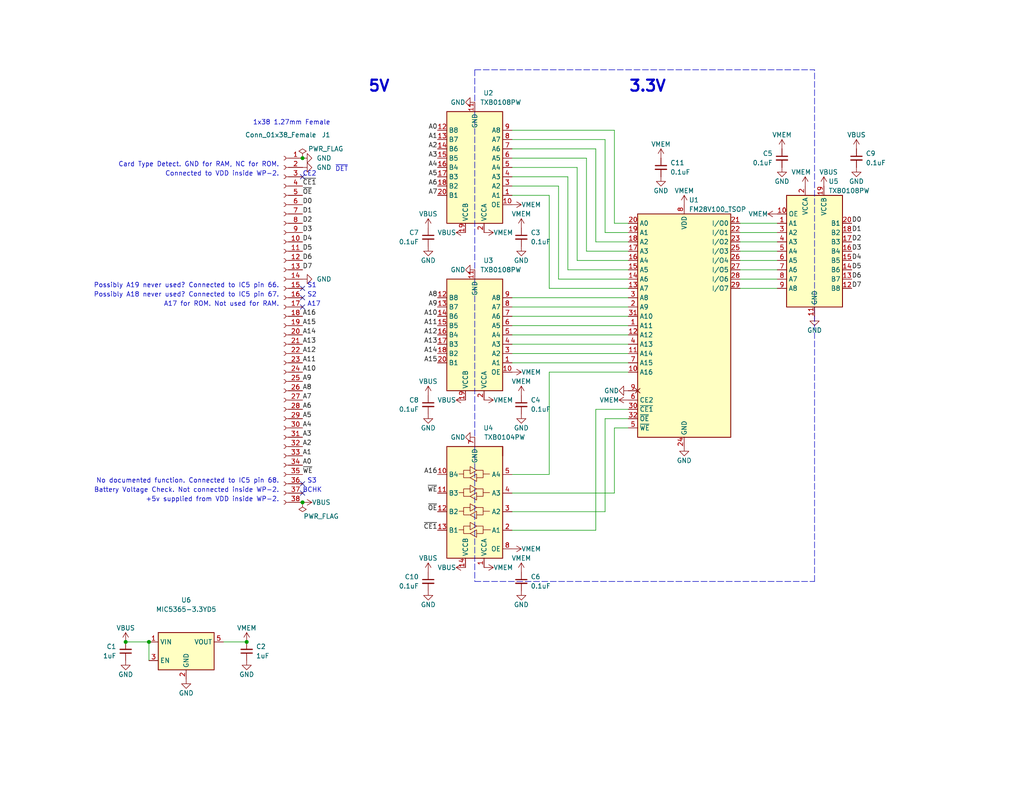
<source format=kicad_sch>
(kicad_sch (version 20211123) (generator eeschema)
  (paper "USLetter")
  (title_block (title "WP-2_IC-Card_FRAM_128K") (date "2023-01-11") (rev "001") (company "Brian K. White - b.kenyon.w@gmail.com"))
  (lib_symbols
    (symbol "0_LOCAL:62-65C1024_TSOP-I-32"
      (property "Reference" "U" (at -10.16 31.75 0))
      (property "Value" "62-65C1024_TSOP-I-32" (at 12.7 31.75 0))
      (symbol "62-65C1024_TSOP-I-32_0_1"
        (rectangle (start -12.7 30.48) (end 12.7 -30.48) (stroke (width 0.254)) (fill (type background)))
      )
      (symbol "62-65C1024_TSOP-I-32_1_1"
        (pin input line (at -15.24 0 0) (length 2.54) (name "A11") (number "1"))
        (pin input line (at -15.24 -12.7 0) (length 2.54) (name "A16") (number "10"))
        (pin input line (at -15.24 -7.62 0) (length 2.54) (name "A14") (number "11"))
        (pin input line (at -15.24 -2.54 0) (length 2.54) (name "A12") (number "12"))
        (pin input line (at -15.24 10.16 0) (length 2.54) (name "A7") (number "13"))
        (pin input line (at -15.24 12.7 0) (length 2.54) (name "A6") (number "14"))
        (pin input line (at -15.24 15.24 0) (length 2.54) (name "A5") (number "15"))
        (pin input line (at -15.24 17.78 0) (length 2.54) (name "A4") (number "16"))
        (pin input line (at -15.24 20.32 0) (length 2.54) (name "A3") (number "17"))
        (pin input line (at -15.24 22.86 0) (length 2.54) (name "A2") (number "18"))
        (pin input line (at -15.24 25.4 0) (length 2.54) (name "A1") (number "19"))
        (pin input line (at -15.24 5.08 0) (length 2.54) (name "A9") (number "2"))
        (pin input line (at -15.24 27.94 0) (length 2.54) (name "A0") (number "20"))
        (pin bidirectional line (at 15.24 27.94 180) (length 2.54) (name "I/O0") (number "21"))
        (pin bidirectional line (at 15.24 25.4 180) (length 2.54) (name "I/O1") (number "22"))
        (pin bidirectional line (at 15.24 22.86 180) (length 2.54) (name "I/O2") (number "23"))
        (pin power_in line (at 0 -33.02 90) (length 2.54) (name "GND") (number "24"))
        (pin bidirectional line (at 15.24 20.32 180) (length 2.54) (name "I/O3") (number "25"))
        (pin bidirectional line (at 15.24 17.78 180) (length 2.54) (name "I/O4") (number "26"))
        (pin bidirectional line (at 15.24 15.24 180) (length 2.54) (name "I/O5") (number "27"))
        (pin bidirectional line (at 15.24 12.7 180) (length 2.54) (name "I/O6") (number "28"))
        (pin bidirectional line (at 15.24 10.16 180) (length 2.54) (name "I/O7") (number "29"))
        (pin input line (at -15.24 7.62 0) (length 2.54) (name "A8") (number "3"))
        (pin input line (at -15.24 -22.86 0) (length 2.54) (name "~{CE1}") (number "30"))
        (pin input line (at -15.24 2.54 0) (length 2.54) (name "A10") (number "31"))
        (pin input line (at -15.24 -25.4 0) (length 2.54) (name "~{OE}") (number "32"))
        (pin input line (at -15.24 -5.08 0) (length 2.54) (name "A13") (number "4"))
        (pin input line (at -15.24 -27.94 0) (length 2.54) (name "~{WE}") (number "5"))
        (pin input line (at -15.24 -20.32 0) (length 2.54) (name "CE2") (number "6"))
        (pin input line (at -15.24 -10.16 0) (length 2.54) (name "A15") (number "7"))
        (pin power_in line (at 0 33.02 270) (length 2.54) (name "VDD") (number "8"))
        (pin passive non_logic (at -15.24 -17.78 0) (length 2.54) (name "~") (number "9"))
      )
    )
    (symbol "0_LOCAL:C_Small" (pin_numbers hide) (pin_names (offset 0.254) hide)
      (property "Reference" "C" (at 0.254 1.778 0))
      (property "Value" "C_Small" (at 0.254 -2.032 0))
      (symbol "C_Small_0_1"
        (polyline (pts (xy -1.524 -0.508) (xy 1.524 -0.508)) (stroke (width 0.3302)))
        (polyline (pts (xy -1.524 0.508) (xy 1.524 0.508)) (stroke (width 0.3048)))
      )
      (symbol "C_Small_1_1"
        (pin passive line (at 0 2.54 270) (length 2.032) (name "~") (number "1"))
        (pin passive line (at 0 -2.54 90) (length 2.032) (name "~") (number "2"))
      )
    )
    (symbol "0_LOCAL:Conn_01x38_Female" (pin_names (offset 1.016) hide)
      (property "Reference" "J" (at 0 48.26 0))
      (property "Value" "Conn_01x38_Female" (at 0 -50.8 0))
      (symbol "Conn_01x38_Female_1_1"
        (arc (start 0 -47.752) (mid -0.508 -48.26) (end 0 -48.768) (stroke (width 0.1524)))
        (arc (start 0 -45.212) (mid -0.508 -45.72) (end 0 -46.228) (stroke (width 0.1524)))
        (arc (start 0 -42.672) (mid -0.508 -43.18) (end 0 -43.688) (stroke (width 0.1524)))
        (arc (start 0 -40.132) (mid -0.508 -40.64) (end 0 -41.148) (stroke (width 0.1524)))
        (arc (start 0 -37.592) (mid -0.508 -38.1) (end 0 -38.608) (stroke (width 0.1524)))
        (arc (start 0 -35.052) (mid -0.508 -35.56) (end 0 -36.068) (stroke (width 0.1524)))
        (arc (start 0 -32.512) (mid -0.508 -33.02) (end 0 -33.528) (stroke (width 0.1524)))
        (arc (start 0 -29.972) (mid -0.508 -30.48) (end 0 -30.988) (stroke (width 0.1524)))
        (arc (start 0 -27.432) (mid -0.508 -27.94) (end 0 -28.448) (stroke (width 0.1524)))
        (arc (start 0 -24.892) (mid -0.508 -25.4) (end 0 -25.908) (stroke (width 0.1524)))
        (arc (start 0 -22.352) (mid -0.508 -22.86) (end 0 -23.368) (stroke (width 0.1524)))
        (arc (start 0 -19.812) (mid -0.508 -20.32) (end 0 -20.828) (stroke (width 0.1524)))
        (arc (start 0 -17.272) (mid -0.508 -17.78) (end 0 -18.288) (stroke (width 0.1524)))
        (arc (start 0 -14.732) (mid -0.508 -15.24) (end 0 -15.748) (stroke (width 0.1524)))
        (arc (start 0 -12.192) (mid -0.508 -12.7) (end 0 -13.208) (stroke (width 0.1524)))
        (arc (start 0 -9.652) (mid -0.508 -10.16) (end 0 -10.668) (stroke (width 0.1524)))
        (arc (start 0 -7.112) (mid -0.508 -7.62) (end 0 -8.128) (stroke (width 0.1524)))
        (arc (start 0 -4.572) (mid -0.508 -5.08) (end 0 -5.588) (stroke (width 0.1524)))
        (arc (start 0 -2.032) (mid -0.508 -2.54) (end 0 -3.048) (stroke (width 0.1524)))
        (polyline (pts (xy -1.27 -48.26) (xy -0.508 -48.26)) (stroke (width 0.1524)))
        (polyline (pts (xy -1.27 -45.72) (xy -0.508 -45.72)) (stroke (width 0.1524)))
        (polyline (pts (xy -1.27 -43.18) (xy -0.508 -43.18)) (stroke (width 0.1524)))
        (polyline (pts (xy -1.27 -40.64) (xy -0.508 -40.64)) (stroke (width 0.1524)))
        (polyline (pts (xy -1.27 -38.1) (xy -0.508 -38.1)) (stroke (width 0.1524)))
        (polyline (pts (xy -1.27 -35.56) (xy -0.508 -35.56)) (stroke (width 0.1524)))
        (polyline (pts (xy -1.27 -33.02) (xy -0.508 -33.02)) (stroke (width 0.1524)))
        (polyline (pts (xy -1.27 -30.48) (xy -0.508 -30.48)) (stroke (width 0.1524)))
        (polyline (pts (xy -1.27 -27.94) (xy -0.508 -27.94)) (stroke (width 0.1524)))
        (polyline (pts (xy -1.27 -25.4) (xy -0.508 -25.4)) (stroke (width 0.1524)))
        (polyline (pts (xy -1.27 -22.86) (xy -0.508 -22.86)) (stroke (width 0.1524)))
        (polyline (pts (xy -1.27 -20.32) (xy -0.508 -20.32)) (stroke (width 0.1524)))
        (polyline (pts (xy -1.27 -17.78) (xy -0.508 -17.78)) (stroke (width 0.1524)))
        (polyline (pts (xy -1.27 -15.24) (xy -0.508 -15.24)) (stroke (width 0.1524)))
        (polyline (pts (xy -1.27 -12.7) (xy -0.508 -12.7)) (stroke (width 0.1524)))
        (polyline (pts (xy -1.27 -10.16) (xy -0.508 -10.16)) (stroke (width 0.1524)))
        (polyline (pts (xy -1.27 -7.62) (xy -0.508 -7.62)) (stroke (width 0.1524)))
        (polyline (pts (xy -1.27 -5.08) (xy -0.508 -5.08)) (stroke (width 0.1524)))
        (polyline (pts (xy -1.27 -2.54) (xy -0.508 -2.54)) (stroke (width 0.1524)))
        (polyline (pts (xy -1.27 0) (xy -0.508 0)) (stroke (width 0.1524)))
        (polyline (pts (xy -1.27 2.54) (xy -0.508 2.54)) (stroke (width 0.1524)))
        (polyline (pts (xy -1.27 5.08) (xy -0.508 5.08)) (stroke (width 0.1524)))
        (polyline (pts (xy -1.27 7.62) (xy -0.508 7.62)) (stroke (width 0.1524)))
        (polyline (pts (xy -1.27 10.16) (xy -0.508 10.16)) (stroke (width 0.1524)))
        (polyline (pts (xy -1.27 12.7) (xy -0.508 12.7)) (stroke (width 0.1524)))
        (polyline (pts (xy -1.27 15.24) (xy -0.508 15.24)) (stroke (width 0.1524)))
        (polyline (pts (xy -1.27 17.78) (xy -0.508 17.78)) (stroke (width 0.1524)))
        (polyline (pts (xy -1.27 20.32) (xy -0.508 20.32)) (stroke (width 0.1524)))
        (polyline (pts (xy -1.27 22.86) (xy -0.508 22.86)) (stroke (width 0.1524)))
        (polyline (pts (xy -1.27 25.4) (xy -0.508 25.4)) (stroke (width 0.1524)))
        (polyline (pts (xy -1.27 27.94) (xy -0.508 27.94)) (stroke (width 0.1524)))
        (polyline (pts (xy -1.27 30.48) (xy -0.508 30.48)) (stroke (width 0.1524)))
        (polyline (pts (xy -1.27 33.02) (xy -0.508 33.02)) (stroke (width 0.1524)))
        (polyline (pts (xy -1.27 35.56) (xy -0.508 35.56)) (stroke (width 0.1524)))
        (polyline (pts (xy -1.27 38.1) (xy -0.508 38.1)) (stroke (width 0.1524)))
        (polyline (pts (xy -1.27 40.64) (xy -0.508 40.64)) (stroke (width 0.1524)))
        (polyline (pts (xy -1.27 43.18) (xy -0.508 43.18)) (stroke (width 0.1524)))
        (polyline (pts (xy -1.27 45.72) (xy -0.508 45.72)) (stroke (width 0.1524)))
        (arc (start 0 0.508) (mid -0.508 0) (end 0 -0.508) (stroke (width 0.1524)))
        (arc (start 0 3.048) (mid -0.508 2.54) (end 0 2.032) (stroke (width 0.1524)))
        (arc (start 0 5.588) (mid -0.508 5.08) (end 0 4.572) (stroke (width 0.1524)))
        (arc (start 0 8.128) (mid -0.508 7.62) (end 0 7.112) (stroke (width 0.1524)))
        (arc (start 0 10.668) (mid -0.508 10.16) (end 0 9.652) (stroke (width 0.1524)))
        (arc (start 0 13.208) (mid -0.508 12.7) (end 0 12.192) (stroke (width 0.1524)))
        (arc (start 0 15.748) (mid -0.508 15.24) (end 0 14.732) (stroke (width 0.1524)))
        (arc (start 0 18.288) (mid -0.508 17.78) (end 0 17.272) (stroke (width 0.1524)))
        (arc (start 0 20.828) (mid -0.508 20.32) (end 0 19.812) (stroke (width 0.1524)))
        (arc (start 0 23.368) (mid -0.508 22.86) (end 0 22.352) (stroke (width 0.1524)))
        (arc (start 0 25.908) (mid -0.508 25.4) (end 0 24.892) (stroke (width 0.1524)))
        (arc (start 0 28.448) (mid -0.508 27.94) (end 0 27.432) (stroke (width 0.1524)))
        (arc (start 0 30.988) (mid -0.508 30.48) (end 0 29.972) (stroke (width 0.1524)))
        (arc (start 0 33.528) (mid -0.508 33.02) (end 0 32.512) (stroke (width 0.1524)))
        (arc (start 0 36.068) (mid -0.508 35.56) (end 0 35.052) (stroke (width 0.1524)))
        (arc (start 0 38.608) (mid -0.508 38.1) (end 0 37.592) (stroke (width 0.1524)))
        (arc (start 0 41.148) (mid -0.508 40.64) (end 0 40.132) (stroke (width 0.1524)))
        (arc (start 0 43.688) (mid -0.508 43.18) (end 0 42.672) (stroke (width 0.1524)))
        (arc (start 0 46.228) (mid -0.508 45.72) (end 0 45.212) (stroke (width 0.1524)))
        (pin passive line (at -5.08 45.72 0) (length 3.81) (name "Pin_1") (number "1"))
        (pin passive line (at -5.08 22.86 0) (length 3.81) (name "Pin_10") (number "10"))
        (pin passive line (at -5.08 20.32 0) (length 3.81) (name "Pin_11") (number "11"))
        (pin passive line (at -5.08 17.78 0) (length 3.81) (name "Pin_12") (number "12"))
        (pin passive line (at -5.08 15.24 0) (length 3.81) (name "Pin_13") (number "13"))
        (pin passive line (at -5.08 12.7 0) (length 3.81) (name "Pin_14") (number "14"))
        (pin passive line (at -5.08 10.16 0) (length 3.81) (name "Pin_15") (number "15"))
        (pin passive line (at -5.08 7.62 0) (length 3.81) (name "Pin_16") (number "16"))
        (pin passive line (at -5.08 5.08 0) (length 3.81) (name "Pin_17") (number "17"))
        (pin passive line (at -5.08 2.54 0) (length 3.81) (name "Pin_18") (number "18"))
        (pin passive line (at -5.08 0 0) (length 3.81) (name "Pin_19") (number "19"))
        (pin passive line (at -5.08 43.18 0) (length 3.81) (name "Pin_2") (number "2"))
        (pin passive line (at -5.08 -2.54 0) (length 3.81) (name "Pin_20") (number "20"))
        (pin passive line (at -5.08 -5.08 0) (length 3.81) (name "Pin_21") (number "21"))
        (pin passive line (at -5.08 -7.62 0) (length 3.81) (name "Pin_22") (number "22"))
        (pin passive line (at -5.08 -10.16 0) (length 3.81) (name "Pin_23") (number "23"))
        (pin passive line (at -5.08 -12.7 0) (length 3.81) (name "Pin_24") (number "24"))
        (pin passive line (at -5.08 -15.24 0) (length 3.81) (name "Pin_25") (number "25"))
        (pin passive line (at -5.08 -17.78 0) (length 3.81) (name "Pin_26") (number "26"))
        (pin passive line (at -5.08 -20.32 0) (length 3.81) (name "Pin_27") (number "27"))
        (pin passive line (at -5.08 -22.86 0) (length 3.81) (name "Pin_28") (number "28"))
        (pin passive line (at -5.08 -25.4 0) (length 3.81) (name "Pin_29") (number "29"))
        (pin passive line (at -5.08 40.64 0) (length 3.81) (name "Pin_3") (number "3"))
        (pin passive line (at -5.08 -27.94 0) (length 3.81) (name "Pin_30") (number "30"))
        (pin passive line (at -5.08 -30.48 0) (length 3.81) (name "Pin_31") (number "31"))
        (pin passive line (at -5.08 -33.02 0) (length 3.81) (name "Pin_32") (number "32"))
        (pin passive line (at -5.08 -35.56 0) (length 3.81) (name "Pin_33") (number "33"))
        (pin passive line (at -5.08 -38.1 0) (length 3.81) (name "Pin_34") (number "34"))
        (pin passive line (at -5.08 -40.64 0) (length 3.81) (name "Pin_35") (number "35"))
        (pin passive line (at -5.08 -43.18 0) (length 3.81) (name "Pin_36") (number "36"))
        (pin passive line (at -5.08 -45.72 0) (length 3.81) (name "Pin_37") (number "37"))
        (pin passive line (at -5.08 -48.26 0) (length 3.81) (name "Pin_38") (number "38"))
        (pin passive line (at -5.08 38.1 0) (length 3.81) (name "Pin_4") (number "4"))
        (pin passive line (at -5.08 35.56 0) (length 3.81) (name "Pin_5") (number "5"))
        (pin passive line (at -5.08 33.02 0) (length 3.81) (name "Pin_6") (number "6"))
        (pin passive line (at -5.08 30.48 0) (length 3.81) (name "Pin_7") (number "7"))
        (pin passive line (at -5.08 27.94 0) (length 3.81) (name "Pin_8") (number "8"))
        (pin passive line (at -5.08 25.4 0) (length 3.81) (name "Pin_9") (number "9"))
      )
    )
    (symbol "0_LOCAL:MIC5365-3.3YD5"
      (property "Reference" "U" (at -7.62 6.35 0))
      (property "Value" "MIC5365-3.3YD5" (at 0 6.35 0))
      (symbol "MIC5365-3.3YD5_0_1"
        (rectangle (start -7.62 -5.08) (end 7.62 5.08) (stroke (width 0.254)) (fill (type background)))
      )
      (symbol "MIC5365-3.3YD5_1_1"
        (pin power_in line (at -10.16 2.54 0) (length 2.54) (name "VIN") (number "1"))
        (pin power_in line (at 0 -7.62 90) (length 2.54) (name "GND") (number "2"))
        (pin input line (at -10.16 -2.54 0) (length 2.54) (name "EN") (number "3"))
        (pin no_connect line (at 7.62 -2.54 180) (length 2.54) hide (name "NC") (number "4"))
        (pin power_out line (at 10.16 2.54 180) (length 2.54) (name "VOUT") (number "5"))
      )
    )
    (symbol "0_LOCAL:TXB0104PW"
      (property "Reference" "U" (at -6.35 16.51 0))
      (property "Value" "TXB0104PW" (at 3.81 16.51 0))
      (symbol "TXB0104PW_0_1"
        (rectangle (start -7.62 -15.24) (end -7.62 -12.7) (stroke (width 0.254)))
        (rectangle (start -7.62 15.24) (end 7.62 -15.24) (stroke (width 0.254)) (fill (type background)))
        (polyline (pts (xy -2.286 -7.747) (xy -2.286 -6.731) (xy -0.508 -6.731)))
        (polyline (pts (xy -2.286 -2.667) (xy -2.286 -1.651) (xy -0.508 -1.651)))
        (polyline (pts (xy -2.286 2.413) (xy -2.286 3.429) (xy -0.508 3.429)))
        (polyline (pts (xy -2.286 7.493) (xy -2.286 8.509) (xy -0.508 8.509)))
        (polyline (pts (xy 3.048 -7.747) (xy 3.048 -8.763) (xy 1.27 -8.763)))
        (polyline (pts (xy 3.048 -2.667) (xy 3.048 -3.683) (xy 1.27 -3.683)))
        (polyline (pts (xy 3.048 2.413) (xy 3.048 1.397) (xy 1.27 1.397)))
        (polyline (pts (xy 3.048 7.493) (xy 3.048 6.477) (xy 1.27 6.477)))
        (polyline (pts (xy -0.508 -8.763) (xy -2.286 -8.763) (xy -2.286 -7.747) (xy -4.064 -7.747)))
        (polyline (pts (xy -0.508 -8.763) (xy 1.27 -7.747) (xy 1.27 -9.779) (xy -0.508 -8.763)))
        (polyline (pts (xy -0.508 -3.683) (xy -2.286 -3.683) (xy -2.286 -2.667) (xy -4.064 -2.667)))
        (polyline (pts (xy -0.508 -3.683) (xy 1.27 -2.667) (xy 1.27 -4.699) (xy -0.508 -3.683)))
        (polyline (pts (xy -0.508 1.397) (xy -2.286 1.397) (xy -2.286 2.413) (xy -4.064 2.413)))
        (polyline (pts (xy -0.508 1.397) (xy 1.27 2.413) (xy 1.27 0.381) (xy -0.508 1.397)))
        (polyline (pts (xy -0.508 6.477) (xy -2.286 6.477) (xy -2.286 7.493) (xy -4.318 7.493)))
        (polyline (pts (xy -0.508 6.477) (xy 1.27 7.493) (xy 1.27 5.461) (xy -0.508 6.477)))
        (polyline (pts (xy 1.27 -6.731) (xy -0.508 -7.747) (xy -0.508 -5.715) (xy 1.27 -6.731)))
        (polyline (pts (xy 1.27 -6.731) (xy 3.048 -6.731) (xy 3.048 -7.747) (xy 4.318 -7.747)))
        (polyline (pts (xy 1.27 -1.651) (xy -0.508 -2.667) (xy -0.508 -0.635) (xy 1.27 -1.651)))
        (polyline (pts (xy 1.27 -1.651) (xy 3.048 -1.651) (xy 3.048 -2.667) (xy 4.318 -2.667)))
        (polyline (pts (xy 1.27 3.429) (xy -0.508 2.413) (xy -0.508 4.445) (xy 1.27 3.429)))
        (polyline (pts (xy 1.27 3.429) (xy 3.048 3.429) (xy 3.048 2.413) (xy 4.318 2.413)))
        (polyline (pts (xy 1.27 8.509) (xy -0.508 7.493) (xy -0.508 9.525) (xy 1.27 8.509)))
        (polyline (pts (xy 1.27 8.509) (xy 3.048 8.509) (xy 3.048 7.493) (xy 4.318 7.493)))
      )
      (symbol "TXB0104PW_1_1"
        (pin power_in line (at -2.54 17.78 270) (length 2.54) (name "VCCA") (number "1"))
        (pin bidirectional line (at 10.16 -7.62 180) (length 2.54) (name "B4") (number "10"))
        (pin bidirectional line (at 10.16 -2.54 180) (length 2.54) (name "B3") (number "11"))
        (pin bidirectional line (at 10.16 2.54 180) (length 2.54) (name "B2") (number "12"))
        (pin bidirectional line (at 10.16 7.62 180) (length 2.54) (name "B1") (number "13"))
        (pin power_in line (at 2.54 17.78 270) (length 2.54) (name "VCCB") (number "14"))
        (pin bidirectional line (at -10.16 7.62 0) (length 2.54) (name "A1") (number "2"))
        (pin bidirectional line (at -10.16 2.54 0) (length 2.54) (name "A2") (number "3"))
        (pin bidirectional line (at -10.16 -2.54 0) (length 2.54) (name "A3") (number "4"))
        (pin bidirectional line (at -10.16 -7.62 0) (length 2.54) (name "A4") (number "5"))
        (pin no_connect line (at -10.16 -12.7 0) (length 2.54) hide (name "NC") (number "6"))
        (pin power_in line (at 0 -17.78 90) (length 2.54) (name "GND") (number "7"))
        (pin input line (at -10.16 12.7 0) (length 2.54) (name "OE") (number "8"))
        (pin no_connect line (at 10.16 -12.7 180) (length 2.54) hide (name "NC") (number "9"))
      )
    )
    (symbol "0_LOCAL:TXB0108PW"
      (property "Reference" "U" (at -6.35 16.51 0))
      (property "Value" "TXB0108PW" (at 3.81 16.51 0))
      (symbol "TXB0108PW_0_1"
        (rectangle (start -7.62 15.24) (end 7.62 -15.24) (stroke (width 0.254)) (fill (type background)))
      )
      (symbol "TXB0108PW_1_1"
        (pin bidirectional line (at -10.16 7.62 0) (length 2.54) (name "A1") (number "1"))
        (pin input line (at -10.16 10.16 0) (length 2.54) (name "OE") (number "10"))
        (pin power_in line (at 0 -17.78 90) (length 2.54) (name "GND") (number "11"))
        (pin bidirectional line (at 10.16 -10.16 180) (length 2.54) (name "B8") (number "12"))
        (pin bidirectional line (at 10.16 -7.62 180) (length 2.54) (name "B7") (number "13"))
        (pin bidirectional line (at 10.16 -5.08 180) (length 2.54) (name "B6") (number "14"))
        (pin bidirectional line (at 10.16 -2.54 180) (length 2.54) (name "B5") (number "15"))
        (pin bidirectional line (at 10.16 0 180) (length 2.54) (name "B4") (number "16"))
        (pin bidirectional line (at 10.16 2.54 180) (length 2.54) (name "B3") (number "17"))
        (pin bidirectional line (at 10.16 5.08 180) (length 2.54) (name "B2") (number "18"))
        (pin power_in line (at 2.54 17.78 270) (length 2.54) (name "VCCB") (number "19"))
        (pin power_in line (at -2.54 17.78 270) (length 2.54) (name "VCCA") (number "2"))
        (pin bidirectional line (at 10.16 7.62 180) (length 2.54) (name "B1") (number "20"))
        (pin bidirectional line (at -10.16 5.08 0) (length 2.54) (name "A2") (number "3"))
        (pin bidirectional line (at -10.16 2.54 0) (length 2.54) (name "A3") (number "4"))
        (pin bidirectional line (at -10.16 0 0) (length 2.54) (name "A4") (number "5"))
        (pin bidirectional line (at -10.16 -2.54 0) (length 2.54) (name "A5") (number "6"))
        (pin bidirectional line (at -10.16 -5.08 0) (length 2.54) (name "A6") (number "7"))
        (pin bidirectional line (at -10.16 -7.62 0) (length 2.54) (name "A7") (number "8"))
        (pin bidirectional line (at -10.16 -10.16 0) (length 2.54) (name "A8") (number "9"))
      )
    )
    (symbol "PWR_FLAG_1" (power) (pin_numbers hide) (pin_names (offset 0) hide)
      (property "Value" "PWR_FLAG_1" (at 0 3.81 0))
      (symbol "PWR_FLAG_1_0_0"
        (pin power_out line (at 0 0 90) (length 0) (name "pwr") (number "1"))
      )
      (symbol "PWR_FLAG_1_0_1"
        (polyline (pts (xy 0 0) (xy 0 1.27) (xy -1.016 1.905) (xy 0 2.54) (xy 1.016 1.905) (xy 0 1.27)))
      )
    )
    (symbol "power:GND" (power) (pin_names (offset 0))
      (property "Value" "GND" (at 0 -3.81 0))
      (symbol "GND_0_1"
        (polyline (pts (xy 0 0) (xy 0 -1.27) (xy 1.27 -1.27) (xy 0 -2.54) (xy -1.27 -1.27) (xy 0 -1.27)))
      )
      (symbol "GND_1_1"
        (pin power_in line (at 0 0 270) (length 0) hide (name "GND") (number "1"))
      )
    )
    (symbol "power:PWR_FLAG" (power) (pin_numbers hide) (pin_names (offset 0) hide)
      (property "Value" "PWR_FLAG" (at 0 3.81 0))
      (symbol "PWR_FLAG_0_0"
        (pin power_out line (at 0 0 90) (length 0) (name "pwr") (number "1"))
      )
      (symbol "PWR_FLAG_0_1"
        (polyline (pts (xy 0 0) (xy 0 1.27) (xy -1.016 1.905) (xy 0 2.54) (xy 1.016 1.905) (xy 0 1.27)))
      )
    )
    (symbol "power:VBUS" (power) (pin_names (offset 0))
      (property "Value" "VBUS" (at 0 3.81 0))
      (symbol "VBUS_0_1"
        (polyline (pts (xy -0.762 1.27) (xy 0 2.54)))
        (polyline (pts (xy 0 0) (xy 0 2.54)))
        (polyline (pts (xy 0 2.54) (xy 0.762 1.27)))
      )
      (symbol "VBUS_1_1"
        (pin power_in line (at 0 0 90) (length 0) hide (name "VBUS") (number "1"))
      )
    )
    (symbol "power:VMEM" (power) (pin_names (offset 0))
      (property "Value" "VMEM" (at 0 3.81 0))
      (symbol "VMEM_0_1"
        (polyline (pts (xy -0.762 1.27) (xy 0 2.54)))
        (polyline (pts (xy 0 0) (xy 0 2.54)))
        (polyline (pts (xy 0 2.54) (xy 0.762 1.27)))
      )
      (symbol "VMEM_1_1"
        (pin power_in line (at 0 0 90) (length 0) hide (name "VMEM") (number "1"))
      )
    )
  )
  (junction (at 82.55 137.16))
  (junction (at 67.31 175.26))
  (junction (at 34.29 175.26))
  (junction (at 82.55 43.18))
  (junction (at 40.64 175.26))
  (no_connect (at 82.55 48.26))
  (no_connect (at 82.55 81.28))
  (no_connect (at 82.55 134.62))
  (no_connect (at 82.55 132.08))
  (no_connect (at 82.55 83.82))
  (no_connect (at 82.55 78.74))
  (polyline (pts (xy 129.54 19.05) (xy 222.25 19.05)))
  (wire (pts (xy 139.7 38.1) (xy 165.1 38.1)))
  (wire (pts (xy 160.02 43.18) (xy 160.02 68.58)))
  (wire (pts (xy 157.48 71.12) (xy 171.45 71.12)))
  (wire (pts (xy 149.86 129.54) (xy 139.7 129.54)))
  (wire (pts (xy 139.7 134.62) (xy 167.64 134.62)))
  (wire (pts (xy 167.64 134.62) (xy 167.64 116.84)))
  (wire (pts (xy 165.1 63.5) (xy 171.45 63.5)))
  (wire (pts (xy 139.7 99.06) (xy 171.45 99.06)))
  (wire (pts (xy 154.94 48.26) (xy 154.94 73.66)))
  (wire (pts (xy 171.45 101.6) (xy 149.86 101.6)))
  (wire (pts (xy 149.86 101.6) (xy 149.86 129.54)))
  (wire (pts (xy 201.93 73.66) (xy 212.09 73.66)))
  (wire (pts (xy 165.1 139.7) (xy 165.1 114.3)))
  (polyline (pts (xy 222.25 158.75) (xy 222.25 19.05)))
  (wire (pts (xy 201.93 66.04) (xy 212.09 66.04)))
  (wire (pts (xy 201.93 76.2) (xy 212.09 76.2)))
  (wire (pts (xy 162.56 40.64) (xy 162.56 66.04)))
  (wire (pts (xy 149.86 78.74) (xy 149.86 53.34)))
  (wire (pts (xy 162.56 111.76) (xy 162.56 144.78)))
  (wire (pts (xy 201.93 71.12) (xy 212.09 71.12)))
  (wire (pts (xy 139.7 48.26) (xy 154.94 48.26)))
  (wire (pts (xy 152.4 76.2) (xy 171.45 76.2)))
  (wire (pts (xy 40.64 175.26) (xy 40.64 180.34)))
  (wire (pts (xy 171.45 78.74) (xy 149.86 78.74)))
  (wire (pts (xy 157.48 45.72) (xy 157.48 71.12)))
  (wire (pts (xy 139.7 86.36) (xy 171.45 86.36)))
  (wire (pts (xy 165.1 38.1) (xy 165.1 63.5)))
  (wire (pts (xy 154.94 73.66) (xy 171.45 73.66)))
  (wire (pts (xy 201.93 78.74) (xy 212.09 78.74)))
  (polyline (pts (xy 129.54 19.05) (xy 129.54 158.75)))
  (wire (pts (xy 201.93 68.58) (xy 212.09 68.58)))
  (wire (pts (xy 139.7 43.18) (xy 160.02 43.18)))
  (polyline (pts (xy 129.54 158.75) (xy 222.25 158.75)))
  (wire (pts (xy 139.7 91.44) (xy 171.45 91.44)))
  (wire (pts (xy 139.7 45.72) (xy 157.48 45.72)))
  (wire (pts (xy 162.56 66.04) (xy 171.45 66.04)))
  (wire (pts (xy 160.02 68.58) (xy 171.45 68.58)))
  (wire (pts (xy 139.7 83.82) (xy 171.45 83.82)))
  (wire (pts (xy 34.29 175.26) (xy 40.64 175.26)))
  (wire (pts (xy 139.7 144.78) (xy 162.56 144.78)))
  (wire (pts (xy 201.93 60.96) (xy 212.09 60.96)))
  (wire (pts (xy 167.64 35.56) (xy 167.64 60.96)))
  (wire (pts (xy 60.96 175.26) (xy 67.31 175.26)))
  (wire (pts (xy 201.93 63.5) (xy 212.09 63.5)))
  (wire (pts (xy 152.4 50.8) (xy 152.4 76.2)))
  (wire (pts (xy 139.7 35.56) (xy 167.64 35.56)))
  (wire (pts (xy 165.1 114.3) (xy 171.45 114.3)))
  (wire (pts (xy 162.56 111.76) (xy 171.45 111.76)))
  (wire (pts (xy 167.64 116.84) (xy 171.45 116.84)))
  (wire (pts (xy 139.7 50.8) (xy 152.4 50.8)))
  (wire (pts (xy 139.7 81.28) (xy 171.45 81.28)))
  (wire (pts (xy 139.7 88.9) (xy 171.45 88.9)))
  (wire (pts (xy 139.7 139.7) (xy 165.1 139.7)))
  (wire (pts (xy 167.64 60.96) (xy 171.45 60.96)))
  (wire (pts (xy 139.7 96.52) (xy 171.45 96.52)))
  (wire (pts (xy 149.86 53.34) (xy 139.7 53.34)))
  (wire (pts (xy 139.7 40.64) (xy 162.56 40.64)))
  (wire (pts (xy 139.7 93.98) (xy 171.45 93.98)))
  (text "Connected to VDD inside WP-2." (at 76.2 48.26 180) (effects (font (size 1.27 1.27)) (justify right bottom)))
  (text "BCHK" (at 82.55 134.62 0) (effects (font (size 1.27 1.27)) (justify left bottom)))
  (text "CE2" (at 82.55 48.26 0) (effects (font (size 1.27 1.27)) (justify left bottom)))
  (text "S1" (at 83.82 78.74 0) (effects (font (size 1.27 1.27)) (justify left bottom)))
  (text "3.3V" (at 171.45 25.4 0) (effects (font (size 3 3) (thickness 0.6) bold) (justify left bottom)))
  (text "+5v supplied from VDD inside WP-2." (at 76.2 137.16 180) (effects (font (size 1.27 1.27)) (justify right bottom)))
  (text "A17" (at 83.82 83.82 0) (effects (font (size 1.27 1.27)) (justify left bottom)))
  (text "1x38 1.27mm Female" (at 90.17 34.29 180) (effects (font (size 1.27 1.27)) (justify right bottom)))
  (text "No documented function. Connected to IC5 pin 68." (at 76.2 132.08 180) (effects (font (size 1.27 1.27)) (justify right bottom)))
  (text "Possibly A19 never used? Connected to IC5 pin 66." (at 76.2 78.74 180) (effects (font (size 1.27 1.27)) (justify right bottom)))
  (text "5V" (at 100.33 25.4 0) (effects (font (size 3 3) (thickness 0.6) bold) (justify left bottom)))
  (text "Battery Voltage Check. Not connected inside WP-2." (at 76.2 134.62 180) (effects (font (size 1.27 1.27)) (justify right bottom)))
  (text "~{DET}" (at 91.44 46.99 0) (effects (font (size 1.27 1.27)) (justify left bottom)))
  (text "Possibly A18 never used? Connected to IC5 pin 67." (at 76.2 81.28 180) (effects (font (size 1.27 1.27)) (justify right bottom)))
  (text "S2" (at 83.82 81.28 0) (effects (font (size 1.27 1.27)) (justify left bottom)))
  (text "Card Type Detect. GND for RAM, NC for ROM." (at 76.2 45.72 180) (effects (font (size 1.27 1.27)) (justify right bottom)))
  (text "A17 for ROM. Not used for RAM." (at 76.2 83.82 180) (effects (font (size 1.27 1.27)) (justify right bottom)))
  (text "S3" (at 83.82 132.08 0) (effects (font (size 1.27 1.27)) (justify left bottom)))
  (label "A3" (at 119.38 43.18 180))
  (label "A10" (at 82.55 101.6 0))
  (label "D3" (at 232.41 68.58 0))
  (label "A1" (at 119.38 38.1 180))
  (label "D0" (at 82.55 55.88 0))
  (label "D7" (at 232.41 78.74 0))
  (label "D0" (at 232.41 60.96 0))
  (label "A11" (at 82.55 99.06 0))
  (label "A11" (at 119.38 88.9 180))
  (label "~{CE1}" (at 82.55 50.8 0))
  (label "A13" (at 119.38 93.98 180))
  (label "~{CE1}" (at 119.38 144.78 180))
  (label "A15" (at 119.38 99.06 180))
  (label "D3" (at 82.55 63.5 0))
  (label "A9" (at 82.55 104.14 0))
  (label "A10" (at 119.38 86.36 180))
  (label "D7" (at 82.55 73.66 0))
  (label "A14" (at 82.55 91.44 0))
  (label "A16" (at 82.55 86.36 0))
  (label "A2" (at 119.38 40.64 180))
  (label "A4" (at 119.38 45.72 180))
  (label "A6" (at 119.38 50.8 180))
  (label "~{OE}" (at 119.38 139.7 180))
  (label "A8" (at 82.55 106.68 0))
  (label "A14" (at 119.38 96.52 180))
  (label "D5" (at 82.55 68.58 0))
  (label "A7" (at 82.55 109.22 0))
  (label "A15" (at 82.55 88.9 0))
  (label "A3" (at 82.55 119.38 0))
  (label "A8" (at 119.38 81.28 180))
  (label "A12" (at 82.55 96.52 0))
  (label "A5" (at 82.55 114.3 0))
  (label "A6" (at 82.55 111.76 0))
  (label "D1" (at 82.55 58.42 0))
  (label "A16" (at 119.38 129.54 180))
  (label "~{OE}" (at 82.55 53.34 0))
  (label "A5" (at 119.38 48.26 180))
  (label "A2" (at 82.55 121.92 0))
  (label "A7" (at 119.38 53.34 180))
  (label "A13" (at 82.55 93.98 0))
  (label "D4" (at 232.41 71.12 0))
  (label "A0" (at 119.38 35.56 180))
  (label "A12" (at 119.38 91.44 180))
  (label "A9" (at 119.38 83.82 180))
  (label "D2" (at 82.55 60.96 0))
  (label "A1" (at 82.55 124.46 0))
  (label "~{WE}" (at 82.55 129.54 0))
  (label "A0" (at 82.55 127 0))
  (label "D2" (at 232.41 66.04 0))
  (label "D6" (at 232.41 76.2 0))
  (label "D6" (at 82.55 71.12 0))
  (label "D4" (at 82.55 66.04 0))
  (label "D5" (at 232.41 73.66 0))
  (label "A4" (at 82.55 116.84 0))
  (label "D1" (at 232.41 63.5 0))
  (label "~{WE}" (at 119.38 134.62 180))
  (symbol (lib_id "0_LOCAL:Conn_01x38_Female") (at 77.47 88.9 0) (mirror y) (unit 1)
    (property "Reference" "J1" (at 90.17 36.83 0) (effects (justify left)))
    (property "Value" "Conn_01x38_Female" (at 86.36 36.83 0) (effects (justify left)))
    (property "Footprint" "0_LOCAL:SMS-138-01-x-x_edge" (effects hide))
  )
  (symbol (lib_id "power:GND") (at 82.55 43.18 90) (mirror x) (unit 1)
    (property "Reference" "#PWR0102" (effects hide))
    (property "Value" "GND" (at 86.36 43.18 90) (effects (justify right)))
  )
  (symbol (lib_id "power:GND") (at 82.55 45.72 90) (mirror x) (unit 1)
    (property "Reference" "#PWR0105" (effects hide))
    (property "Value" "GND" (at 86.36 45.72 90) (effects (justify right)))
  )
  (symbol (lib_id "power:GND") (at 186.69 121.92 0) (unit 1)
    (property "Reference" "#PWR0106" (effects hide))
    (property "Value" "GND" (at 186.69 125.73 0))
  )
  (symbol (lib_id "power:GND") (at 82.55 76.2 90) (mirror x) (unit 1)
    (property "Reference" "#PWR0108" (effects hide))
    (property "Value" "GND" (at 86.36 76.2 90) (effects (justify right)))
  )
  (symbol (lib_id "0_LOCAL:C_Small") (at 233.68 43.18 0) (unit 1)
    (property "Reference" "C9" (at 236.22 41.91 0) (effects (justify left)))
    (property "Value" "0.1uF" (at 236.22 44.45 0) (effects (justify left)))
    (property "Footprint" "0_LOCAL:C_0805_1mm" (effects hide))
  )
  (symbol (lib_id "0_LOCAL:C_Small") (at 142.24 64.77 0) (unit 1)
    (property "Reference" "C3" (at 144.78 63.5 0) (effects (justify left)))
    (property "Value" "0.1uF" (at 144.78 66.04 0) (effects (justify left)))
    (property "Footprint" "0_LOCAL:C_0805_1mm" (effects hide))
  )
  (symbol (lib_id "power:VMEM") (at 139.7 101.6 270) (unit 1)
    (property "Reference" "#PWR0124" (effects hide))
    (property "Value" "VMEM" (at 142.24 101.6 90) (effects (justify left)))
  )
  (symbol (lib_id "0_LOCAL:TXB0104PW") (at 129.54 137.16 180) (unit 1)
    (property "Reference" "U4" (at 134.62 116.84 0) (effects (justify left)))
    (property "Value" "TXB0104PW" (at 132.08 119.38 0) (effects (justify right)))
    (property "Footprint" "0_LOCAL:TSSOP-14_4.4x5mm_P0.65mm" (effects hide))
    (property "Datasheet" "http://www.ti.com/lit/ds/symlink/txb0104.pdf" (effects hide))
  )
  (symbol (lib_id "power:VBUS") (at 127 63.5 90) (unit 1)
    (property "Reference" "#PWR0127" (effects hide))
    (property "Value" "VBUS" (at 124.46 63.5 90) (effects (justify left)))
  )
  (symbol (lib_id "0_LOCAL:TXB0108PW") (at 222.25 68.58 0) (unit 1)
    (property "Reference" "U5" (at 226.06 49.53 0) (effects (justify left)))
    (property "Value" "TXB0108PW" (at 226.06 52.07 0) (effects (justify left)))
    (property "Footprint" "0_LOCAL:TSSOP-20_4.4x6.5mm_P0.65mm" (effects hide))
    (property "Datasheet" "http://www.ti.com/lit/ds/symlink/txb0108.pdf" (effects hide))
  )
  (symbol (lib_id "power:VMEM") (at 132.08 154.94 270) (unit 1)
    (property "Reference" "#PWR0132" (effects hide))
    (property "Value" "VMEM" (at 134.62 154.94 90) (effects (justify left)))
  )
  (symbol (lib_id "0_LOCAL:C_Small") (at 116.84 64.77 0) (mirror y) (unit 1)
    (property "Reference" "C7" (at 114.3 63.5 0) (effects (justify left)))
    (property "Value" "0.1uF" (at 114.3 66.04 0) (effects (justify left)))
    (property "Footprint" "0_LOCAL:C_0805_1mm" (effects hide))
  )
  (symbol (lib_id "power:PWR_FLAG") (at 82.55 43.18 0) (unit 1)
    (property "Reference" "#FLG0103" (effects hide))
    (property "Value" "PWR_FLAG" (at 88.9 40.64 0))
  )
  (symbol (lib_id "power:VMEM") (at 180.34 43.18 0) (unit 1)
    (property "Reference" "#PWR0144" (effects hide))
    (property "Value" "VMEM" (at 180.34 39.37 0))
  )
  (symbol (lib_id "power:GND") (at 67.31 180.34 0) (unit 1)
    (property "Reference" "#PWR0113" (effects hide))
    (property "Value" "GND" (at 67.31 184.15 0))
  )
  (symbol (lib_id "0_LOCAL:C_Small") (at 142.24 158.75 0) (unit 1)
    (property "Reference" "C6" (at 144.78 157.48 0) (effects (justify left)))
    (property "Value" "0.1uF" (at 144.78 160.02 0) (effects (justify left)))
    (property "Footprint" "0_LOCAL:C_0805_1mm" (effects hide))
  )
  (symbol (lib_id "power:VBUS") (at 224.79 50.8 0) (unit 1)
    (property "Reference" "#PWR0135" (effects hide))
    (property "Value" "VBUS" (at 223.52 46.99 0) (effects (justify left)))
  )
  (symbol (lib_id "power:VMEM") (at 132.08 63.5 270) (unit 1)
    (property "Reference" "#PWR0129" (effects hide))
    (property "Value" "VMEM" (at 134.62 63.5 90) (effects (justify left)))
  )
  (symbol (lib_id "power:VMEM") (at 219.71 50.8 0) (unit 1)
    (property "Reference" "#PWR0134" (effects hide))
    (property "Value" "VMEM" (at 215.9 46.99 0) (effects (justify left)))
  )
  (symbol (lib_id "power:GND") (at 142.24 67.31 0) (unit 1)
    (property "Reference" "#PWR0104" (effects hide))
    (property "Value" "GND" (at 142.24 71.12 0))
  )
  (symbol (lib_id "0_LOCAL:MIC5365-3.3YD5") (at 50.8 177.8 0) (unit 1)
    (property "Reference" "U6" (at 50.8 163.83 0))
    (property "Value" "MIC5365-3.3YD5" (at 50.8 166.37 0))
    (property "Footprint" "0_LOCAL:TSOT-23-5" (effects hide))
    (property "Datasheet" "http://ww1.microchip.com/downloads/en/DeviceDoc/mic5365.pdf" (effects hide))
  )
  (symbol (lib_id "0_LOCAL:TXB0108PW") (at 129.54 91.44 180) (unit 1)
    (property "Reference" "U3" (at 134.62 71.12 0) (effects (justify left)))
    (property "Value" "TXB0108PW" (at 142.24 73.66 0) (effects (justify left)))
    (property "Footprint" "0_LOCAL:TSSOP-20_4.4x6.5mm_P0.65mm" (effects hide))
    (property "Datasheet" "http://www.ti.com/lit/ds/symlink/txb0108.pdf" (effects hide))
  )
  (symbol (lib_id "power:GND") (at 116.84 67.31 0) (unit 1)
    (property "Reference" "#PWR0137" (effects hide))
    (property "Value" "GND" (at 116.84 71.12 0))
  )
  (symbol (lib_id "power:VBUS") (at 116.84 156.21 0) (mirror y) (unit 1)
    (property "Reference" "#PWR0140" (effects hide))
    (property "Value" "VBUS" (at 116.84 152.4 0))
  )
  (symbol (lib_id "0_LOCAL:C_Small") (at 116.84 158.75 0) (mirror y) (unit 1)
    (property "Reference" "C10" (at 114.3 157.48 0) (effects (justify left)))
    (property "Value" "0.1uF" (at 114.3 160.02 0) (effects (justify left)))
    (property "Footprint" "0_LOCAL:C_0805_1mm" (effects hide))
  )
  (symbol (lib_id "power:GND") (at 129.54 119.38 270) (unit 1)
    (property "Reference" "#PWR0147" (effects hide))
    (property "Value" "GND" (at 127 119.38 90) (effects (justify right)))
  )
  (symbol (lib_id "power:GND") (at 180.34 48.26 0) (unit 1)
    (property "Reference" "#PWR0145" (effects hide))
    (property "Value" "GND" (at 180.34 52.07 0))
  )
  (symbol (lib_id "power:GND") (at 222.25 86.36 0) (unit 1)
    (property "Reference" "#PWR0133" (effects hide))
    (property "Value" "GND" (at 222.25 90.17 0))
  )
  (symbol (lib_id "power:GND") (at 129.54 27.94 270) (unit 1)
    (property "Reference" "#PWR0128" (effects hide))
    (property "Value" "GND" (at 127 27.94 90) (effects (justify right)))
  )
  (symbol (lib_id "power:VBUS") (at 116.84 62.23 0) (unit 1)
    (property "Reference" "#PWR0136" (effects hide))
    (property "Value" "VBUS" (at 116.84 58.42 0))
  )
  (symbol (lib_id "power:VBUS") (at 82.55 137.16 270) (unit 1)
    (property "Reference" "#PWR0116" (effects hide))
    (property "Value" "VBUS" (at 85.09 137.16 90) (effects (justify left)))
  )
  (symbol (lib_id "power:VMEM") (at 213.36 40.64 0) (mirror y) (unit 1)
    (property "Reference" "#PWR0119" (effects hide))
    (property "Value" "VMEM" (at 213.36 36.83 0))
  )
  (symbol (lib_id "power:GND") (at 116.84 113.03 0) (unit 1)
    (property "Reference" "#PWR0143" (effects hide))
    (property "Value" "GND" (at 116.84 116.84 0))
  )
  (symbol (lib_id "power:VBUS") (at 233.68 40.64 0) (unit 1)
    (property "Reference" "#PWR0141" (effects hide))
    (property "Value" "VBUS" (at 233.68 36.83 0))
  )
  (symbol (lib_id "power:VBUS") (at 127 109.22 90) (unit 1)
    (property "Reference" "#PWR0148" (effects hide))
    (property "Value" "VBUS" (at 124.46 109.22 90) (effects (justify left)))
  )
  (symbol (lib_id "0_LOCAL:C_Small") (at 116.84 110.49 0) (mirror y) (unit 1)
    (property "Reference" "C8" (at 114.3 109.22 0) (effects (justify left)))
    (property "Value" "0.1uF" (at 114.3 111.76 0) (effects (justify left)))
    (property "Footprint" "0_LOCAL:C_0805_1mm" (effects hide))
  )
  (symbol (lib_id "power:GND") (at 142.24 161.29 0) (unit 1)
    (property "Reference" "#PWR0120" (effects hide))
    (property "Value" "GND" (at 142.24 165.1 0))
  )
  (symbol (lib_id "power:VMEM") (at 212.09 58.42 90) (unit 1)
    (property "Reference" "#PWR0150" (effects hide))
    (property "Value" "VMEM" (at 209.55 58.42 90) (effects (justify left)))
  )
  (symbol (lib_id "power:VMEM") (at 171.45 109.22 90) (mirror x) (unit 1)
    (property "Reference" "#PWR0121" (effects hide))
    (property "Value" "VMEM" (at 168.91 109.22 90) (effects (justify left)))
  )
  (symbol (lib_id "power:VMEM") (at 142.24 62.23 0) (unit 1)
    (property "Reference" "#PWR0110" (effects hide))
    (property "Value" "VMEM" (at 142.24 58.42 0))
  )
  (symbol (lib_id "power:GND") (at 50.8 185.42 0) (unit 1)
    (property "Reference" "#PWR0112" (effects hide))
    (property "Value" "GND" (at 50.8 189.23 0))
  )
  (symbol (lib_id "power:VMEM") (at 142.24 156.21 0) (unit 1)
    (property "Reference" "#PWR0117" (effects hide))
    (property "Value" "VMEM" (at 142.24 152.4 0))
  )
  (symbol (lib_id "power:GND") (at 233.68 45.72 0) (unit 1)
    (property "Reference" "#PWR0139" (effects hide))
    (property "Value" "GND" (at 233.68 49.53 0))
  )
  (symbol (lib_id "power:GND") (at 142.24 113.03 0) (unit 1)
    (property "Reference" "#PWR0114" (effects hide))
    (property "Value" "GND" (at 142.24 116.84 0))
  )
  (symbol (lib_id "power:GND") (at 171.45 106.68 270) (unit 1)
    (property "Reference" "#PWR0103" (effects hide))
    (property "Value" "GND" (at 168.91 106.68 90) (effects (justify right)))
  )
  (symbol (lib_id "power:GND") (at 213.36 45.72 0) (mirror y) (unit 1)
    (property "Reference" "#PWR0118" (effects hide))
    (property "Value" "GND" (at 213.36 49.53 0))
  )
  (symbol (lib_id "0_LOCAL:C_Small") (at 142.24 110.49 0) (unit 1)
    (property "Reference" "C4" (at 144.78 109.22 0) (effects (justify left)))
    (property "Value" "0.1uF" (at 144.78 111.76 0) (effects (justify left)))
    (property "Footprint" "0_LOCAL:C_0805_1mm" (effects hide))
  )
  (symbol (lib_id "power:VMEM") (at 132.08 109.22 270) (unit 1)
    (property "Reference" "#PWR0151" (effects hide))
    (property "Value" "VMEM" (at 134.62 109.22 90) (effects (justify left)))
  )
  (symbol (lib_id "0_LOCAL:C_Small") (at 67.31 177.8 180) (unit 1)
    (property "Reference" "C2" (at 69.85 176.53 0) (effects (justify right)))
    (property "Value" "1uF" (at 69.85 179.07 0) (effects (justify right)))
    (property "Footprint" "0_LOCAL:C_0805_1mm" (effects hide))
  )
  (symbol (lib_id "power:VBUS") (at 116.84 107.95 0) (unit 1)
    (property "Reference" "#PWR0142" (effects hide))
    (property "Value" "VBUS" (at 116.84 104.14 0))
  )
  (symbol (lib_id "0_LOCAL:TXB0108PW") (at 129.54 45.72 180) (unit 1)
    (property "Reference" "U2" (at 134.62 25.4 0) (effects (justify left)))
    (property "Value" "TXB0108PW" (at 142.24 27.94 0) (effects (justify left)))
    (property "Footprint" "0_LOCAL:TSSOP-20_4.4x6.5mm_P0.65mm" (effects hide))
    (property "Datasheet" "http://www.ti.com/lit/ds/symlink/txb0108.pdf" (effects hide))
  )
  (symbol (lib_id "power:VBUS") (at 34.29 175.26 0) (unit 1)
    (property "Reference" "#PWR0107" (effects hide))
    (property "Value" "VBUS" (at 34.29 171.45 0))
  )
  (symbol (lib_id "0_LOCAL:C_Small") (at 213.36 43.18 0) (mirror y) (unit 1)
    (property "Reference" "C5" (at 210.82 41.91 0) (effects (justify left)))
    (property "Value" "0.1uF" (at 210.82 44.45 0) (effects (justify left)))
    (property "Footprint" "0_LOCAL:C_0805_1mm" (effects hide))
  )
  (symbol (lib_id "power:VMEM") (at 186.69 55.88 0) (unit 1)
    (property "Reference" "#PWR0111" (effects hide))
    (property "Value" "VMEM" (at 186.69 52.07 0))
  )
  (symbol (lib_id "power:VMEM") (at 139.7 149.86 270) (unit 1)
    (property "Reference" "#PWR0126" (effects hide))
    (property "Value" "VMEM" (at 142.24 149.86 90) (effects (justify left)))
  )
  (symbol (lib_id "power:VMEM") (at 139.7 55.88 270) (unit 1)
    (property "Reference" "#PWR0149" (effects hide))
    (property "Value" "VMEM" (at 142.24 55.88 90) (effects (justify left)))
  )
  (symbol (lib_id "power:GND") (at 116.84 161.29 0) (mirror y) (unit 1)
    (property "Reference" "#PWR0138" (effects hide))
    (property "Value" "GND" (at 116.84 165.1 0))
  )
  (symbol (lib_id "power:VMEM") (at 67.31 175.26 0) (unit 1)
    (property "Reference" "#PWR0109" (effects hide))
    (property "Value" "VMEM" (at 67.31 171.45 0))
  )
  (symbol (lib_id "0_LOCAL:C_Small") (at 34.29 177.8 180) (unit 1)
    (property "Reference" "C1" (at 31.75 176.53 0) (effects (justify left)))
    (property "Value" "1uF" (at 31.75 179.07 0) (effects (justify left)))
    (property "Footprint" "0_LOCAL:C_0805_1mm" (effects hide))
  )
  (symbol (lib_id "power:VMEM") (at 142.24 107.95 0) (unit 1)
    (property "Reference" "#PWR0115" (effects hide))
    (property "Value" "VMEM" (at 142.24 104.14 0))
  )
  (symbol (lib_id "0_LOCAL:62-65C1024_TSOP-I-32") (at 186.69 88.9 0) (unit 1)
    (property "Reference" "U1" (at 187.96 54.61 0) (effects (justify left)))
    (property "Value" "FM28V100_TSOP" (at 187.96 57.15 0) (effects (justify left)))
    (property "Footprint" "0_LOCAL:TSOP32-14mm" (effects hide))
    (property "Datasheet" "http://www.issi.com/WW/pdf/61-64C5128AL.pdf" (effects hide))
  )
  (symbol (lib_id "power:GND") (at 129.54 73.66 270) (unit 1)
    (property "Reference" "#PWR0152" (effects hide))
    (property "Value" "GND" (at 127 73.66 90) (effects (justify right)))
  )
  (symbol (lib_name "PWR_FLAG_1") (lib_id "power:PWR_FLAG") (at 82.55 137.16 0) (mirror x) (unit 1)
    (property "Reference" "#FLG0101" (effects hide))
    (property "Value" "PWR_FLAG" (at 87.63 140.97 0))
  )
  (symbol (lib_id "0_LOCAL:C_Small") (at 180.34 45.72 0) (unit 1)
    (property "Reference" "C11" (at 182.88 44.45 0) (effects (justify left)))
    (property "Value" "0.1uF" (at 182.88 46.99 0) (effects (justify left)))
    (property "Footprint" "0_LOCAL:C_0805_1mm" (effects hide))
  )
  (symbol (lib_id "power:GND") (at 34.29 180.34 0) (unit 1)
    (property "Reference" "#PWR0101" (effects hide))
    (property "Value" "GND" (at 34.29 184.15 0))
  )
  (symbol (lib_id "power:VBUS") (at 127 154.94 90) (unit 1)
    (property "Reference" "#PWR0146" (effects hide))
    (property "Value" "VBUS" (at 124.46 154.94 90) (effects (justify left)))
  )
)
</source>
